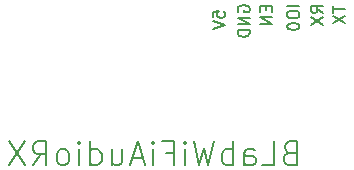
<source format=gbr>
%TF.GenerationSoftware,KiCad,Pcbnew,(5.1.8)-1*%
%TF.CreationDate,2021-11-13T22:26:41+08:00*%
%TF.ProjectId,wifiaudiorx,77696669-6175-4646-996f-72782e6b6963,rev?*%
%TF.SameCoordinates,Original*%
%TF.FileFunction,Legend,Bot*%
%TF.FilePolarity,Positive*%
%FSLAX46Y46*%
G04 Gerber Fmt 4.6, Leading zero omitted, Abs format (unit mm)*
G04 Created by KiCad (PCBNEW (5.1.8)-1) date 2021-11-13 22:26:41*
%MOMM*%
%LPD*%
G01*
G04 APERTURE LIST*
%ADD10C,0.150000*%
G04 APERTURE END LIST*
D10*
X123028571Y-115457142D02*
X122742857Y-115552380D01*
X122647619Y-115647619D01*
X122552380Y-115838095D01*
X122552380Y-116123809D01*
X122647619Y-116314285D01*
X122742857Y-116409523D01*
X122933333Y-116504761D01*
X123695238Y-116504761D01*
X123695238Y-114504761D01*
X123028571Y-114504761D01*
X122838095Y-114600000D01*
X122742857Y-114695238D01*
X122647619Y-114885714D01*
X122647619Y-115076190D01*
X122742857Y-115266666D01*
X122838095Y-115361904D01*
X123028571Y-115457142D01*
X123695238Y-115457142D01*
X120742857Y-116504761D02*
X121695238Y-116504761D01*
X121695238Y-114504761D01*
X119219047Y-116504761D02*
X119219047Y-115457142D01*
X119314285Y-115266666D01*
X119504761Y-115171428D01*
X119885714Y-115171428D01*
X120076190Y-115266666D01*
X119219047Y-116409523D02*
X119409523Y-116504761D01*
X119885714Y-116504761D01*
X120076190Y-116409523D01*
X120171428Y-116219047D01*
X120171428Y-116028571D01*
X120076190Y-115838095D01*
X119885714Y-115742857D01*
X119409523Y-115742857D01*
X119219047Y-115647619D01*
X118266666Y-116504761D02*
X118266666Y-114504761D01*
X118266666Y-115266666D02*
X118076190Y-115171428D01*
X117695238Y-115171428D01*
X117504761Y-115266666D01*
X117409523Y-115361904D01*
X117314285Y-115552380D01*
X117314285Y-116123809D01*
X117409523Y-116314285D01*
X117504761Y-116409523D01*
X117695238Y-116504761D01*
X118076190Y-116504761D01*
X118266666Y-116409523D01*
X116647619Y-114504761D02*
X116171428Y-116504761D01*
X115790476Y-115076190D01*
X115409523Y-116504761D01*
X114933333Y-114504761D01*
X114171428Y-116504761D02*
X114171428Y-115171428D01*
X114171428Y-114504761D02*
X114266666Y-114600000D01*
X114171428Y-114695238D01*
X114076190Y-114600000D01*
X114171428Y-114504761D01*
X114171428Y-114695238D01*
X112552380Y-115457142D02*
X113219047Y-115457142D01*
X113219047Y-116504761D02*
X113219047Y-114504761D01*
X112266666Y-114504761D01*
X111504761Y-116504761D02*
X111504761Y-115171428D01*
X111504761Y-114504761D02*
X111600000Y-114600000D01*
X111504761Y-114695238D01*
X111409523Y-114600000D01*
X111504761Y-114504761D01*
X111504761Y-114695238D01*
X110647619Y-115933333D02*
X109695238Y-115933333D01*
X110838095Y-116504761D02*
X110171428Y-114504761D01*
X109504761Y-116504761D01*
X107980952Y-115171428D02*
X107980952Y-116504761D01*
X108838095Y-115171428D02*
X108838095Y-116219047D01*
X108742857Y-116409523D01*
X108552380Y-116504761D01*
X108266666Y-116504761D01*
X108076190Y-116409523D01*
X107980952Y-116314285D01*
X106171428Y-116504761D02*
X106171428Y-114504761D01*
X106171428Y-116409523D02*
X106361904Y-116504761D01*
X106742857Y-116504761D01*
X106933333Y-116409523D01*
X107028571Y-116314285D01*
X107123809Y-116123809D01*
X107123809Y-115552380D01*
X107028571Y-115361904D01*
X106933333Y-115266666D01*
X106742857Y-115171428D01*
X106361904Y-115171428D01*
X106171428Y-115266666D01*
X105219047Y-116504761D02*
X105219047Y-115171428D01*
X105219047Y-114504761D02*
X105314285Y-114600000D01*
X105219047Y-114695238D01*
X105123809Y-114600000D01*
X105219047Y-114504761D01*
X105219047Y-114695238D01*
X103980952Y-116504761D02*
X104171428Y-116409523D01*
X104266666Y-116314285D01*
X104361904Y-116123809D01*
X104361904Y-115552380D01*
X104266666Y-115361904D01*
X104171428Y-115266666D01*
X103980952Y-115171428D01*
X103695238Y-115171428D01*
X103504761Y-115266666D01*
X103409523Y-115361904D01*
X103314285Y-115552380D01*
X103314285Y-116123809D01*
X103409523Y-116314285D01*
X103504761Y-116409523D01*
X103695238Y-116504761D01*
X103980952Y-116504761D01*
X101314285Y-116504761D02*
X101980952Y-115552380D01*
X102457142Y-116504761D02*
X102457142Y-114504761D01*
X101695238Y-114504761D01*
X101504761Y-114600000D01*
X101409523Y-114695238D01*
X101314285Y-114885714D01*
X101314285Y-115171428D01*
X101409523Y-115361904D01*
X101504761Y-115457142D01*
X101695238Y-115552380D01*
X102457142Y-115552380D01*
X100647619Y-114504761D02*
X99314285Y-116504761D01*
X99314285Y-114504761D02*
X100647619Y-116504761D01*
X126752380Y-103038095D02*
X126752380Y-103609523D01*
X127752380Y-103323809D02*
X126752380Y-103323809D01*
X126752380Y-103847619D02*
X127752380Y-104514285D01*
X126752380Y-104514285D02*
X127752380Y-103847619D01*
X125852380Y-103633333D02*
X125376190Y-103300000D01*
X125852380Y-103061904D02*
X124852380Y-103061904D01*
X124852380Y-103442857D01*
X124900000Y-103538095D01*
X124947619Y-103585714D01*
X125042857Y-103633333D01*
X125185714Y-103633333D01*
X125280952Y-103585714D01*
X125328571Y-103538095D01*
X125376190Y-103442857D01*
X125376190Y-103061904D01*
X124852380Y-103966666D02*
X125852380Y-104633333D01*
X124852380Y-104633333D02*
X125852380Y-103966666D01*
X123852380Y-103000000D02*
X122852380Y-103000000D01*
X122852380Y-103666666D02*
X122852380Y-103857142D01*
X122900000Y-103952380D01*
X122995238Y-104047619D01*
X123185714Y-104095238D01*
X123519047Y-104095238D01*
X123709523Y-104047619D01*
X123804761Y-103952380D01*
X123852380Y-103857142D01*
X123852380Y-103666666D01*
X123804761Y-103571428D01*
X123709523Y-103476190D01*
X123519047Y-103428571D01*
X123185714Y-103428571D01*
X122995238Y-103476190D01*
X122900000Y-103571428D01*
X122852380Y-103666666D01*
X122852380Y-104714285D02*
X122852380Y-104809523D01*
X122900000Y-104904761D01*
X122947619Y-104952380D01*
X123042857Y-105000000D01*
X123233333Y-105047619D01*
X123471428Y-105047619D01*
X123661904Y-105000000D01*
X123757142Y-104952380D01*
X123804761Y-104904761D01*
X123852380Y-104809523D01*
X123852380Y-104714285D01*
X123804761Y-104619047D01*
X123757142Y-104571428D01*
X123661904Y-104523809D01*
X123471428Y-104476190D01*
X123233333Y-104476190D01*
X123042857Y-104523809D01*
X122947619Y-104571428D01*
X122900000Y-104619047D01*
X122852380Y-104714285D01*
X121028571Y-103061904D02*
X121028571Y-103395238D01*
X121552380Y-103538095D02*
X121552380Y-103061904D01*
X120552380Y-103061904D01*
X120552380Y-103538095D01*
X121552380Y-103966666D02*
X120552380Y-103966666D01*
X121552380Y-104538095D01*
X120552380Y-104538095D01*
X118700000Y-103538095D02*
X118652380Y-103442857D01*
X118652380Y-103300000D01*
X118700000Y-103157142D01*
X118795238Y-103061904D01*
X118890476Y-103014285D01*
X119080952Y-102966666D01*
X119223809Y-102966666D01*
X119414285Y-103014285D01*
X119509523Y-103061904D01*
X119604761Y-103157142D01*
X119652380Y-103300000D01*
X119652380Y-103395238D01*
X119604761Y-103538095D01*
X119557142Y-103585714D01*
X119223809Y-103585714D01*
X119223809Y-103395238D01*
X119652380Y-104014285D02*
X118652380Y-104014285D01*
X119652380Y-104585714D01*
X118652380Y-104585714D01*
X119652380Y-105061904D02*
X118652380Y-105061904D01*
X118652380Y-105300000D01*
X118700000Y-105442857D01*
X118795238Y-105538095D01*
X118890476Y-105585714D01*
X119080952Y-105633333D01*
X119223809Y-105633333D01*
X119414285Y-105585714D01*
X119509523Y-105538095D01*
X119604761Y-105442857D01*
X119652380Y-105300000D01*
X119652380Y-105061904D01*
X116552380Y-104009523D02*
X116552380Y-103533333D01*
X117028571Y-103485714D01*
X116980952Y-103533333D01*
X116933333Y-103628571D01*
X116933333Y-103866666D01*
X116980952Y-103961904D01*
X117028571Y-104009523D01*
X117123809Y-104057142D01*
X117361904Y-104057142D01*
X117457142Y-104009523D01*
X117504761Y-103961904D01*
X117552380Y-103866666D01*
X117552380Y-103628571D01*
X117504761Y-103533333D01*
X117457142Y-103485714D01*
X116552380Y-104342857D02*
X117552380Y-104676190D01*
X116552380Y-105009523D01*
M02*

</source>
